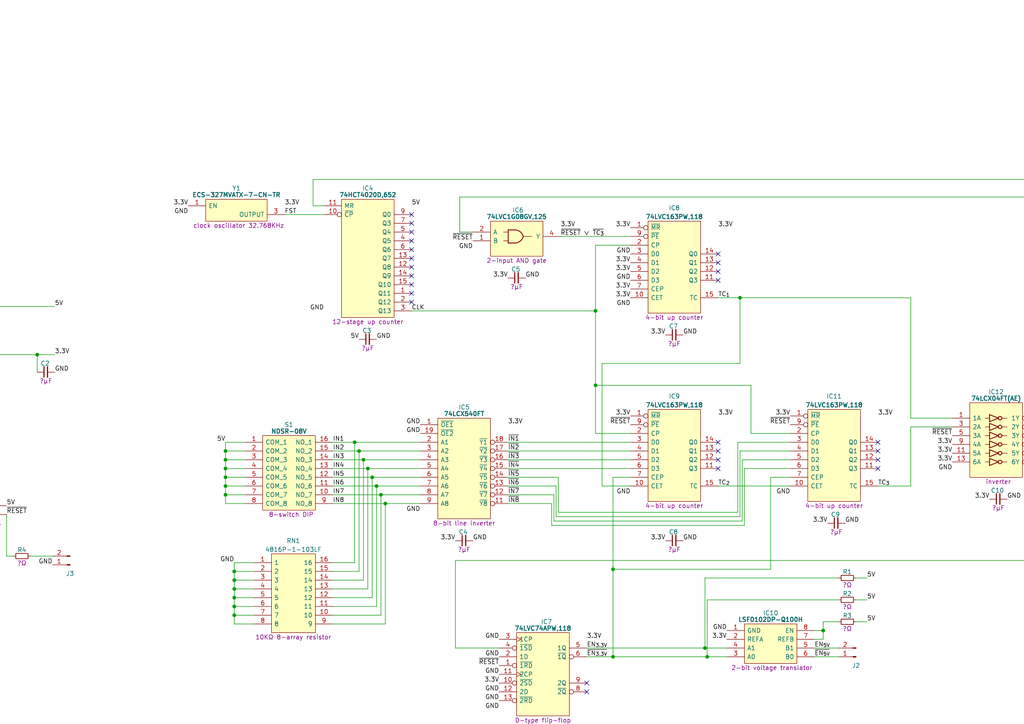
<source format=kicad_sch>
(kicad_sch (version 20211123) (generator eeschema)
  (paper "A4")
  (lib_symbols
    (symbol "Apem:NDSR-08V" (pin_names (offset 0.762))
      (property "Reference" "S" (at 12.7 5.08 0))
      (property "Value" "NDSR-08V" (at 12.7 3.175 0))
      (property "Description" "8-switch DIP" (at 13.335 -20.955 0))
      (symbol "NDSR-08V_0_0"
        (pin passive line (at 0 0 0) (length 5.08) (name "COM_1") (number "1"))
        (pin passive line (at 25.4 -15.24 180) (length 5.08) (name "NO_7") (number "10"))
        (pin passive line (at 25.4 -12.7 180) (length 5.08) (name "NO_6") (number "11"))
        (pin passive line (at 25.4 -10.16 180) (length 5.08) (name "NO_5") (number "12"))
        (pin passive line (at 25.4 -7.62 180) (length 5.08) (name "NO_4") (number "13"))
        (pin passive line (at 25.4 -5.08 180) (length 5.08) (name "NO_3") (number "14"))
        (pin passive line (at 25.4 -2.54 180) (length 5.08) (name "NO_2") (number "15"))
        (pin passive line (at 25.4 0 180) (length 5.08) (name "NO_1") (number "16"))
        (pin passive line (at 0 -2.54 0) (length 5.08) (name "COM_2") (number "2"))
        (pin passive line (at 0 -5.08 0) (length 5.08) (name "COM_3") (number "3"))
        (pin passive line (at 0 -7.62 0) (length 5.08) (name "COM_4") (number "4"))
        (pin passive line (at 0 -10.16 0) (length 5.08) (name "COM_5") (number "5"))
        (pin passive line (at 0 -12.7 0) (length 5.08) (name "COM_6") (number "6"))
        (pin passive line (at 0 -15.24 0) (length 5.08) (name "COM_7") (number "7"))
        (pin passive line (at 0 -17.78 0) (length 5.08) (name "COM_8") (number "8"))
        (pin passive line (at 25.4 -17.78 180) (length 5.08) (name "NO_8") (number "9"))
      )
      (symbol "NDSR-08V_0_1"
        (polyline (pts (xy 5.08 1.905) (xy 20.32 1.905) (xy 20.32 -19.685) (xy 5.08 -19.685) (xy 5.08 1.905)) (stroke (width 0.1524)) (fill (type background)))
      )
    )
    (symbol "Bourns:4816P-1-103LF" (pin_names (offset 0.762))
      (property "Reference" "RN" (at 11.43 6.35 0))
      (property "Value" "4816P-1-103LF" (at 11.43 3.81 0))
      (property "Description" "10KΩ 8-array resistor" (at 11.43 -21.59 0))
      (symbol "4816P-1-103LF_0_0"
        (pin passive line (at 0 0 0) (length 5.08) (name "1") (number "1"))
        (pin passive line (at 22.86 -15.24 180) (length 5.08) (name "10") (number "10"))
        (pin passive line (at 22.86 -12.7 180) (length 5.08) (name "11") (number "11"))
        (pin passive line (at 22.86 -10.16 180) (length 5.08) (name "12") (number "12"))
        (pin passive line (at 22.86 -7.62 180) (length 5.08) (name "13") (number "13"))
        (pin passive line (at 22.86 -5.08 180) (length 5.08) (name "14") (number "14"))
        (pin passive line (at 22.86 -2.54 180) (length 5.08) (name "15") (number "15"))
        (pin passive line (at 22.86 0 180) (length 5.08) (name "16") (number "16"))
        (pin passive line (at 0 -2.54 0) (length 5.08) (name "2") (number "2"))
        (pin passive line (at 0 -5.08 0) (length 5.08) (name "3") (number "3"))
        (pin passive line (at 0 -7.62 0) (length 5.08) (name "4") (number "4"))
        (pin passive line (at 0 -10.16 0) (length 5.08) (name "5") (number "5"))
        (pin passive line (at 0 -12.7 0) (length 5.08) (name "6") (number "6"))
        (pin passive line (at 0 -15.24 0) (length 5.08) (name "7") (number "7"))
        (pin passive line (at 0 -17.78 0) (length 5.08) (name "8") (number "8"))
        (pin passive line (at 22.86 -17.78 180) (length 5.08) (name "9") (number "9"))
      )
      (symbol "4816P-1-103LF_0_1"
        (polyline (pts (xy 5.08 2.54) (xy 17.78 2.54) (xy 17.78 -20.32) (xy 5.08 -20.32) (xy 5.08 2.54)) (stroke (width 0.1524)) (fill (type background)))
      )
    )
    (symbol "Connector:Conn_01x02_Male" (pin_names (offset 1.016) hide)
      (property "Reference" "J" (at 0 2.54 0))
      (property "Value" "Conn_01x02_Male" (at 0 -5.08 0))
      (symbol "Conn_01x02_Male_1_1"
        (polyline (pts (xy 1.27 -2.54) (xy 0.8636 -2.54)) (stroke (width 0.1524)))
        (polyline (pts (xy 1.27 0) (xy 0.8636 0)) (stroke (width 0.1524)))
        (rectangle (start 0.8636 -2.413) (end 0 -2.667) (stroke (width 0.1524)) (fill (type outline)))
        (rectangle (start 0.8636 0.127) (end 0 -0.127) (stroke (width 0.1524)) (fill (type outline)))
        (pin passive line (at 5.08 0 180) (length 3.81) (name "Pin_1") (number "1"))
        (pin passive line (at 5.08 -2.54 180) (length 3.81) (name "Pin_2") (number "2"))
      )
    )
    (symbol "Diodes_Inc:AP7365-33WG-7" (pin_names (offset 0.762))
      (property "Reference" "IC" (at 12.7 5.08 0))
      (property "Value" "AP7365-33WG-7" (at 12.7 3.175 0))
      (property "Description" "3.3V LDO voltage regulator" (at 12.7 -8.255 0))
      (symbol "AP7365-33WG-7_0_0"
        (pin passive line (at 0 0 0) (length 5.08) (name "VIN") (number "1"))
        (pin passive line (at 0 -5.08 0) (length 5.08) (name "GND") (number "2"))
        (pin input line (at 0 -2.54 0) (length 5.08) (name "EN") (number "3"))
        (pin passive line (at 25.4 -5.08 180) (length 5.08) (name "ADJ") (number "4"))
        (pin passive line (at 25.4 0 180) (length 5.08) (name "VOUT") (number "5"))
      )
      (symbol "AP7365-33WG-7_0_1"
        (polyline (pts (xy 5.08 1.905) (xy 20.32 1.905) (xy 20.32 -6.985) (xy 5.08 -6.985) (xy 5.08 1.905)) (fill (type background)))
      )
    )
    (symbol "ECS:ECS-327MVATX-7-CN-TR" (pin_names (offset 0.762))
      (property "Reference" "Y" (at 13.97 5.08 0))
      (property "Value" "ECS-327MVATX-7-CN-TR" (at 13.97 3.175 0))
      (property "Description" "clock oscillator 32.768KHz" (at 14.605 -5.715 0))
      (symbol "ECS-327MVATX-7-CN-TR_0_0"
        (pin input line (at 0 0 0) (length 5.08) (name "EN") (number "1"))
        (pin passive line (at 0 -2.54 0) (length 5.08) hide (name "GND") (number "2"))
        (pin output line (at 27.94 -2.54 180) (length 5.08) (name "OUTPUT") (number "3"))
        (pin passive line (at 27.94 0 180) (length 5.08) hide (name "3V") (number "4"))
      )
      (symbol "ECS-327MVATX-7-CN-TR_0_1"
        (polyline (pts (xy 5.08 1.905) (xy 22.86 1.905) (xy 22.86 -4.445) (xy 5.08 -4.445) (xy 5.08 1.905)) (stroke (width 0.1524)) (fill (type background)))
      )
    )
    (symbol "HCP65:C_0805" (pin_numbers hide) (pin_names (offset 0.254) hide)
      (property "Reference" "C" (at 2.286 2.54 0))
      (property "Description" "?μF" (at 2.54 -2.54 0))
      (symbol "C_0805_0_1"
        (polyline (pts (xy 1.9685 -1.4605) (xy 1.9685 1.5875)) (stroke (width 0.3048)))
        (polyline (pts (xy 2.9845 -1.4605) (xy 2.9845 1.5875)) (stroke (width 0.3302)))
      )
      (symbol "C_0805_1_1"
        (pin passive line (at 0 0 0) (length 2.032) (name "~") (number "1"))
        (pin passive line (at 5.08 0 180) (length 2.032) (name "~") (number "2"))
      )
    )
    (symbol "HCP65:R_0805" (pin_numbers hide) (pin_names hide)
      (property "Reference" "R" (at 2.54 1.778 0))
      (property "Description" "?Ω" (at 2.54 -2.032 0))
      (symbol "R_0805_0_1"
        (rectangle (start 0.762 0.762) (end 4.318 -0.762) (stroke (width 0.2032)))
      )
      (symbol "R_0805_1_1"
        (pin passive line (at 0 0 0) (length 0.72) (name "~") (number "1"))
        (pin passive line (at 5.08 0 180) (length 0.72) (name "~") (number "2"))
      )
    )
    (symbol "Maxim:DS1813R-10+T&R" (pin_names (offset 0.762))
      (property "Reference" "IC" (at 12.7 7.62 0))
      (property "Value" "DS1813R-10+T&R" (at 12.7 5.715 0))
      (property "Description" "5V voltage supervisor" (at 13.335 -3.175 0))
      (symbol "DS1813R-10+T&R_0_0"
        (pin output inverted (at 25.4 0 180) (length 5.08) (name "~{RST}") (number "1"))
        (pin passive line (at 25.4 2.54 180) (length 5.08) (name "5V") (number "2"))
        (pin passive line (at 0 0 0) (length 5.08) (name "GND") (number "3"))
      )
      (symbol "DS1813R-10+T&R_0_1"
        (polyline (pts (xy 5.08 4.445) (xy 20.32 4.445) (xy 20.32 -1.905) (xy 5.08 -1.905) (xy 5.08 4.445)) (stroke (width 0.1524)) (fill (type background)))
      )
    )
    (symbol "Nexperia:74HCT4020D,652" (pin_names (offset 0.762))
      (property "Reference" "IC" (at 12.7 5.08 0))
      (property "Value" "74HCT4020D,652" (at 12.7 3.175 0))
      (property "Description" "12-stage up counter" (at 12.7 -33.655 0))
      (symbol "74HCT4020D,652_0_0"
        (pin output line (at 25.4 -25.4 180) (length 5.08) (name "Q11") (number "1"))
        (pin input inverted (at 0 -2.54 0) (length 5.08) (name "~{CP}") (number "10"))
        (pin input line (at 0 0 0) (length 5.08) (name "MR") (number "11"))
        (pin output line (at 25.4 -17.78 180) (length 5.08) (name "Q8") (number "12"))
        (pin output line (at 25.4 -15.24 180) (length 5.08) (name "Q7") (number "13"))
        (pin output line (at 25.4 -20.32 180) (length 5.08) (name "Q9") (number "14"))
        (pin output line (at 25.4 -22.86 180) (length 5.08) (name "Q10") (number "15"))
        (pin passive line (at 25.4 0 180) (length 5.08) hide (name "5V") (number "16"))
        (pin output line (at 25.4 -27.94 180) (length 5.08) (name "Q12") (number "2"))
        (pin output line (at 25.4 -30.48 180) (length 5.08) (name "Q13") (number "3"))
        (pin output line (at 25.4 -10.16 180) (length 5.08) (name "Q5") (number "4"))
        (pin output line (at 25.4 -7.62 180) (length 5.08) (name "Q4") (number "5"))
        (pin output line (at 25.4 -12.7 180) (length 5.08) (name "Q6") (number "6"))
        (pin output line (at 25.4 -5.08 180) (length 5.08) (name "Q3") (number "7"))
        (pin passive line (at 0 -30.48 0) (length 5.08) hide (name "GND") (number "8"))
        (pin output line (at 25.4 -2.54 180) (length 5.08) (name "Q0") (number "9"))
      )
      (symbol "74HCT4020D,652_0_1"
        (polyline (pts (xy 5.08 1.905) (xy 20.32 1.905) (xy 20.32 -32.385) (xy 5.08 -32.385) (xy 5.08 1.905)) (stroke (width 0.1524)) (fill (type background)))
      )
    )
    (symbol "Nexperia:74LVC163PW,118" (pin_names (offset 0.762))
      (property "Reference" "IC" (at 12.7 5.715 0))
      (property "Value" "74LVC163PW,118" (at 12.7 3.175 0))
      (property "Description" "4-bit up counter" (at 12.7 -26.035 0))
      (symbol "74LVC163PW,118_0_0"
        (pin input inverted (at 0 0 0) (length 5.08) (name "~{MR}") (number "1"))
        (pin input line (at 0 -20.32 0) (length 5.08) (name "CET") (number "10"))
        (pin output line (at 25.4 -15.24 180) (length 5.08) (name "Q3") (number "11"))
        (pin output line (at 25.4 -12.7 180) (length 5.08) (name "Q2") (number "12"))
        (pin output line (at 25.4 -10.16 180) (length 5.08) (name "Q1") (number "13"))
        (pin output line (at 25.4 -7.62 180) (length 5.08) (name "Q0") (number "14"))
        (pin output line (at 25.4 -20.32 180) (length 5.08) (name "TC") (number "15"))
        (pin passive line (at 25.4 0 180) (length 5.08) hide (name "3V") (number "16"))
        (pin input line (at 0 -5.08 0) (length 5.08) (name "CP") (number "2"))
        (pin input line (at 0 -7.62 0) (length 5.08) (name "D0") (number "3"))
        (pin input line (at 0 -10.16 0) (length 5.08) (name "D1") (number "4"))
        (pin input line (at 0 -12.7 0) (length 5.08) (name "D2") (number "5"))
        (pin input line (at 0 -15.24 0) (length 5.08) (name "D3") (number "6"))
        (pin input line (at 0 -17.78 0) (length 5.08) (name "CEP") (number "7"))
        (pin passive line (at 0 -22.86 0) (length 5.08) hide (name "GND") (number "8"))
        (pin input inverted (at 0 -2.54 0) (length 5.08) (name "~{PE}") (number "9"))
      )
      (symbol "74LVC163PW,118_0_1"
        (polyline (pts (xy 5.08 1.905) (xy 20.32 1.905) (xy 20.32 -24.765) (xy 5.08 -24.765) (xy 5.08 1.905)) (stroke (width 0.1524)) (fill (type background)))
      )
    )
    (symbol "Nexperia:74LVC1G08GV,125" (pin_names (offset 0.762))
      (property "Reference" "IC" (at 11.43 5.715 0))
      (property "Value" "74LVC1G08GV,125" (at 12.7 3.81 0))
      (property "Description" "2-input AND gate" (at 12.7 -8.89 0))
      (symbol "74LVC1G08GV,125_0_0"
        (pin input line (at 0 -3.175 0) (length 5.08) (name "B") (number "1"))
        (pin input line (at 0 -0.635 0) (length 5.08) (name "A") (number "2"))
        (pin passive line (at 0 -5.715 0) (length 5.08) hide (name "GND") (number "3"))
        (pin output line (at 25.4 -1.905 180) (length 5.08) (name "Y") (number "4"))
        (pin passive line (at 25.4 0.635 180) (length 5.08) hide (name "3V") (number "5"))
      )
      (symbol "74LVC1G08GV,125_0_1"
        (polyline (pts (xy 8.89 -3.175) (xy 10.1599 -3.175)))
        (polyline (pts (xy 8.89 -0.635) (xy 10.1599 -0.635)))
        (polyline (pts (xy 10.248 0) (xy 10.248 -3.81)) (stroke (width 0.254)) (fill (type background)))
        (polyline (pts (xy 12.065 -3.81) (xy 10.248 -3.81)) (stroke (width 0.254)) (fill (type background)))
        (polyline (pts (xy 12.065 0) (xy 10.248 0)) (stroke (width 0.254)) (fill (type background)))
        (polyline (pts (xy 14.605 -1.905) (xy 17.145 -1.905)))
        (polyline (pts (xy 5.08 2.54) (xy 20.32 2.54) (xy 20.32 -7.62) (xy 5.08 -7.62) (xy 5.08 2.54)) (stroke (width 0.1524)) (fill (type background)))
        (arc (start 12.065 -3.81) (mid 13.6634 -3.2954) (end 14.605 -1.905) (stroke (width 0.254)))
        (arc (start 14.605 -1.905) (mid 13.6641 -0.5137) (end 12.065 0) (stroke (width 0.254)))
      )
    )
    (symbol "Nexperia:74LVC74APW,118" (pin_names (offset 0.762))
      (property "Reference" "IC" (at 12.065 5.08 0))
      (property "Value" "74LVC74APW,118" (at 12.7 3.175 0))
      (property "Description" "D-type flip-flop" (at 12.7 -23.495 0))
      (symbol "74LVC74APW,118_0_0"
        (pin input inverted (at 0 -7.62 0) (length 5.08) (name "~{1RD}") (number "1"))
        (pin input inverted (at 0 -12.7 0) (length 5.08) (name "~{2SD}") (number "10"))
        (pin input clock (at 0 -10.16 0) (length 5.08) (name "2CP") (number "11"))
        (pin input line (at 0 -15.24 0) (length 5.08) (name "2D") (number "12"))
        (pin input inverted (at 0 -17.78 0) (length 5.08) (name "~{2RD}") (number "13"))
        (pin passive line (at 25.4 0 180) (length 5.08) hide (name "3V") (number "14"))
        (pin input line (at 0 -5.08 0) (length 5.08) (name "1D") (number "2"))
        (pin input clock (at 0 0 0) (length 5.08) (name "1CP") (number "3"))
        (pin input inverted (at 0 -2.54 0) (length 5.08) (name "~{1SD}") (number "4"))
        (pin output line (at 25.4 -2.54 180) (length 5.08) (name "1Q") (number "5"))
        (pin output inverted (at 25.4 -5.08 180) (length 5.08) (name "~{1Q}") (number "6"))
        (pin passive line (at 0 -20.32 0) (length 5.08) hide (name "GND") (number "7"))
        (pin output inverted (at 25.4 -15.24 180) (length 5.08) (name "~{2Q}") (number "8"))
        (pin output line (at 25.4 -12.7 180) (length 5.08) (name "2Q") (number "9"))
      )
      (symbol "74LVC74APW,118_0_1"
        (polyline (pts (xy 5.08 1.905) (xy 20.32 1.905) (xy 20.32 -22.225) (xy 5.08 -22.225) (xy 5.08 1.905)) (stroke (width 0.1524)) (fill (type background)))
      )
    )
    (symbol "Nexperia:LSF0102DP-Q100H" (pin_names (offset 0.762))
      (property "Reference" "IC" (at 12.7 5.08 0))
      (property "Value" "LSF0102DP-Q100H" (at 12.7 3.175 0))
      (property "Description" "2-bit voltage translator" (at 1.27 -10.795 0))
      (symbol "LSF0102DP-Q100H_0_0"
        (pin passive line (at 0 0 0) (length 5.08) (name "GND") (number "1"))
        (pin passive line (at 0 -2.54 0) (length 5.08) (name "REFA") (number "2"))
        (pin passive line (at 0 -7.62 0) (length 5.08) (name "A0") (number "3"))
        (pin passive line (at 0 -5.08 0) (length 5.08) (name "A1") (number "4"))
        (pin passive line (at 25.4 -5.08 180) (length 5.08) (name "B1") (number "5"))
        (pin passive line (at 25.4 -7.62 180) (length 5.08) (name "B0") (number "6"))
        (pin passive line (at 25.4 -2.54 180) (length 5.08) (name "REFB") (number "7"))
        (pin input line (at 25.4 0 180) (length 5.08) (name "EN") (number "8"))
      )
      (symbol "LSF0102DP-Q100H_0_1"
        (polyline (pts (xy 5.08 1.905) (xy 20.32 1.905) (xy 20.32 -9.525) (xy 5.08 -9.525) (xy 5.08 1.905)) (stroke (width 0.1524)) (fill (type background)))
      )
    )
    (symbol "ON_Semiconductor:MC78M05CTG" (pin_names (offset 0.762))
      (property "Reference" "IC" (at 12.7 5.08 0))
      (property "Value" "MC78M05CTG" (at 12.7 3.175 0))
      (property "Description" "Voltage Regulator" (at 12.7 -5.715 0))
      (symbol "MC78M05CTG_0_0"
        (pin passive line (at 0 0 0) (length 5.08) (name "INPUT") (number "1"))
        (pin passive line (at 0 -2.54 0) (length 5.08) (name "GND") (number "2"))
        (pin passive line (at 25.4 -2.54 180) (length 5.08) (name "OUTPUT") (number "3"))
      )
      (symbol "MC78M05CTG_0_1"
        (polyline (pts (xy 5.08 1.905) (xy 20.32 1.905) (xy 20.32 -4.445) (xy 5.08 -4.445) (xy 5.08 1.905)) (stroke (width 0.1524)) (fill (type background)))
      )
    )
    (symbol "Toshiba:74LCX04FT(AE)" (pin_names (offset 0.762))
      (property "Reference" "IC" (at 12.7 7.62 0))
      (property "Value" "74LCX04FT(AE)" (at 12.7 5.715 0))
      (property "Description" "inverter" (at 13.335 -18.415 0))
      (symbol "74LCX04FT(AE)_0_0"
        (pin input line (at 0 0 0) (length 5.08) (name "1A") (number "1"))
        (pin output inverted (at 25.4 -10.16 180) (length 5.08) (name "5Y") (number "10"))
        (pin input line (at 0 -10.16 0) (length 5.08) (name "5A") (number "11"))
        (pin output inverted (at 25.4 -12.7 180) (length 5.08) (name "6Y") (number "12"))
        (pin input line (at 0 -12.7 0) (length 5.08) (name "6A") (number "13"))
        (pin passive line (at 25.4 2.54 180) (length 5.08) hide (name "3V") (number "14"))
        (pin output inverted (at 25.4 0 180) (length 5.08) (name "1Y") (number "2"))
        (pin input line (at 0 -2.54 0) (length 5.08) (name "2A") (number "3"))
        (pin output inverted (at 25.4 -2.54 180) (length 5.08) (name "2Y") (number "4"))
        (pin input line (at 0 -5.08 0) (length 5.08) (name "3A") (number "5"))
        (pin output inverted (at 25.4 -5.08 180) (length 5.08) (name "3Y") (number "6"))
        (pin passive line (at 0 -15.24 0) (length 5.08) hide (name "GND") (number "7"))
        (pin output inverted (at 25.4 -7.62 180) (length 5.08) (name "4Y") (number "8"))
        (pin input line (at 0 -7.62 0) (length 5.08) (name "4A") (number "9"))
      )
      (symbol "74LCX04FT(AE)_0_1"
        (polyline (pts (xy 9.525 -12.7) (xy 10.7949 -12.7)))
        (polyline (pts (xy 9.525 -10.16) (xy 10.7949 -10.16)))
        (polyline (pts (xy 9.525 -7.62) (xy 10.7949 -7.62)))
        (polyline (pts (xy 9.525 -5.08) (xy 10.7949 -5.08)))
        (polyline (pts (xy 9.525 -2.54) (xy 10.7949 -2.54)))
        (polyline (pts (xy 9.525 0) (xy 10.7949 0)))
        (polyline (pts (xy 14.351 -12.7) (xy 15.875 -12.7)))
        (polyline (pts (xy 14.351 -10.16) (xy 15.875 -10.16)))
        (polyline (pts (xy 14.351 -7.62) (xy 15.875 -7.62)))
        (polyline (pts (xy 14.351 -5.08) (xy 15.875 -5.08)))
        (polyline (pts (xy 14.351 -2.54) (xy 15.875 -2.54)))
        (polyline (pts (xy 14.351 0) (xy 15.875 0)))
        (polyline (pts (xy 10.795 -13.716) (xy 13.335 -12.7) (xy 10.795 -11.684)) (stroke (width 0.254)))
        (polyline (pts (xy 10.795 -11.176) (xy 13.335 -10.16) (xy 10.795 -9.144)) (stroke (width 0.254)))
        (polyline (pts (xy 10.795 -8.636) (xy 13.335 -7.62) (xy 10.795 -6.604)) (stroke (width 0.254)))
        (polyline (pts (xy 10.795 -6.096) (xy 13.335 -5.08) (xy 10.795 -4.064)) (stroke (width 0.254)))
        (polyline (pts (xy 10.795 -3.556) (xy 13.335 -2.54) (xy 10.795 -1.524)) (stroke (width 0.254)))
        (polyline (pts (xy 10.795 -1.016) (xy 13.335 0) (xy 10.795 1.016)) (stroke (width 0.254)))
        (polyline (pts (xy 5.08 4.445) (xy 20.32 4.445) (xy 20.32 -17.145) (xy 5.08 -17.145) (xy 5.08 4.445)) (stroke (width 0.1524)) (fill (type background)))
        (rectangle (start 10.795 -11.684) (end 10.795 -13.716) (stroke (width 0.254)) (fill (type background)))
        (rectangle (start 10.795 -9.144) (end 10.795 -11.176) (stroke (width 0.254)) (fill (type background)))
        (rectangle (start 10.795 -6.604) (end 10.795 -8.636) (stroke (width 0.254)) (fill (type background)))
        (rectangle (start 10.795 -4.064) (end 10.795 -6.096) (stroke (width 0.254)) (fill (type background)))
        (rectangle (start 10.795 -1.524) (end 10.795 -3.556) (stroke (width 0.254)) (fill (type background)))
        (rectangle (start 10.795 1.016) (end 10.795 -1.016) (stroke (width 0.254)) (fill (type background)))
        (circle (center 13.843 -12.7) (radius 0.508) (stroke (width 0.254)))
        (circle (center 13.843 -10.16) (radius 0.508) (stroke (width 0.254)))
        (circle (center 13.843 -7.62) (radius 0.508) (stroke (width 0.254)))
        (circle (center 13.843 -5.08) (radius 0.508) (stroke (width 0.254)))
        (circle (center 13.843 -2.54) (radius 0.508) (stroke (width 0.254)))
        (circle (center 13.843 0) (radius 0.508) (stroke (width 0.254)))
      )
    )
    (symbol "Toshiba:74LCX540FT" (pin_names (offset 0.762))
      (property "Reference" "IC" (at 12.7 5.08 0))
      (property "Value" "74LCX540FT" (at 12.7 3.175 0))
      (property "Description" "8-bit line inverter" (at 12.7 -28.575 0))
      (symbol "74LCX540FT_0_0"
        (pin input line (at 0 0 0) (length 5.08) (name "~{OE1}") (number "1"))
        (pin passive line (at 0 -25.4 0) (length 5.08) hide (name "GND") (number "10"))
        (pin output inverted (at 25.4 -22.86 180) (length 5.08) (name "~{Y8}") (number "11"))
        (pin output inverted (at 25.4 -20.32 180) (length 5.08) (name "~{Y7}") (number "12"))
        (pin output inverted (at 25.4 -17.78 180) (length 5.08) (name "~{Y6}") (number "13"))
        (pin output inverted (at 25.4 -15.24 180) (length 5.08) (name "~{Y5}") (number "14"))
        (pin output inverted (at 25.4 -12.7 180) (length 5.08) (name "~{Y4}") (number "15"))
        (pin output inverted (at 25.4 -10.16 180) (length 5.08) (name "~{Y3}") (number "16"))
        (pin output inverted (at 25.4 -7.62 180) (length 5.08) (name "~{Y2}") (number "17"))
        (pin output inverted (at 25.4 -5.08 180) (length 5.08) (name "~{Y1}") (number "18"))
        (pin input line (at 0 -2.54 0) (length 5.08) (name "~{OE2}") (number "19"))
        (pin input line (at 0 -5.08 0) (length 5.08) (name "A1") (number "2"))
        (pin passive line (at 25.4 0 180) (length 5.08) hide (name "3V") (number "20"))
        (pin input line (at 0 -7.62 0) (length 5.08) (name "A2") (number "3"))
        (pin input line (at 0 -10.16 0) (length 5.08) (name "A3") (number "4"))
        (pin input line (at 0 -12.7 0) (length 5.08) (name "A4") (number "5"))
        (pin input line (at 0 -15.24 0) (length 5.08) (name "A5") (number "6"))
        (pin input line (at 0 -17.78 0) (length 5.08) (name "A6") (number "7"))
        (pin input line (at 0 -20.32 0) (length 5.08) (name "A7") (number "8"))
        (pin input line (at 0 -22.86 0) (length 5.08) (name "A8") (number "9"))
      )
      (symbol "74LCX540FT_0_1"
        (polyline (pts (xy 5.08 1.905) (xy 20.32 1.905) (xy 20.32 -27.305) (xy 5.08 -27.305) (xy 5.08 1.905)) (stroke (width 0.1524)) (fill (type background)))
      )
    )
  )
  (junction (at 110.49 143.51))
  (junction (at 67.945 168.275))
  (junction (at 177.8 165.1))
  (junction (at 67.945 170.815))
  (junction (at 10.795 102.87))
  (junction (at 65.405 135.89))
  (junction (at 111.76 146.05))
  (junction (at 205.105 190.5))
  (junction (at 65.405 140.97))
  (junction (at 65.405 133.35))
  (junction (at 177.8 190.5))
  (junction (at 106.68 135.89))
  (junction (at 67.945 175.895))
  (junction (at 67.945 165.735))
  (junction (at 172.72 111.76))
  (junction (at 172.72 90.17))
  (junction (at 104.14 130.81))
  (junction (at 238.76 182.88))
  (junction (at 214.63 86.36))
  (junction (at 65.405 130.81))
  (junction (at 67.945 173.355))
  (junction (at 105.41 133.35))
  (junction (at 65.405 138.43))
  (junction (at 107.95 138.43))
  (junction (at 65.405 143.51))
  (junction (at 102.87 128.27))
  (junction (at -31.115 102.87))
  (junction (at 67.945 178.435))
  (junction (at 204.47 187.96))
  (junction (at 109.22 140.97))
  (no_connect (at 254.635 130.81))
  (no_connect (at 254.635 133.35))
  (no_connect (at 254.635 135.89))
  (no_connect (at 208.28 128.27))
  (no_connect (at 208.28 130.81))
  (no_connect (at 208.28 133.35))
  (no_connect (at 208.28 135.89))
  (no_connect (at 254.635 128.27))
  (no_connect (at 170.18 200.66))
  (no_connect (at 170.18 198.12))
  (no_connect (at 208.28 81.28))
  (no_connect (at 208.28 78.74))
  (no_connect (at 208.28 76.2))
  (no_connect (at 208.28 73.66))
  (no_connect (at 301.625 133.985))
  (no_connect (at 301.625 131.445))
  (no_connect (at 301.625 128.905))
  (no_connect (at -4.445 107.95))
  (no_connect (at 119.38 62.23))
  (no_connect (at 119.38 64.77))
  (no_connect (at 119.38 67.31))
  (no_connect (at 119.38 69.85))
  (no_connect (at 119.38 72.39))
  (no_connect (at 119.38 74.93))
  (no_connect (at 119.38 77.47))
  (no_connect (at 119.38 80.01))
  (no_connect (at 119.38 82.55))
  (no_connect (at 119.38 85.09))
  (no_connect (at 119.38 87.63))
  (wire (pts (xy 96.52 178.435) (xy 110.49 178.435)))
  (wire (pts (xy 215.9 152.4) (xy 215.9 135.89)))
  (wire (pts (xy 147.32 140.97) (xy 161.29 140.97)))
  (wire (pts (xy 214.63 86.36) (xy 214.63 105.41)))
  (wire (pts (xy 15.875 88.9) (xy -3.81 88.9)))
  (wire (pts (xy 109.22 175.895) (xy 109.22 140.97)))
  (wire (pts (xy 204.47 187.96) (xy 210.82 187.96)))
  (wire (pts (xy 110.49 143.51) (xy 121.92 143.51)))
  (wire (pts (xy 254.635 140.97) (xy 264.16 140.97)))
  (wire (pts (xy 96.52 175.895) (xy 109.22 175.895)))
  (wire (pts (xy 96.52 180.975) (xy 111.76 180.975)))
  (wire (pts (xy -31.115 107.95) (xy -29.845 107.95)))
  (wire (pts (xy 161.925 148.59) (xy 213.995 148.59)))
  (wire (pts (xy 71.12 135.89) (xy 65.405 135.89)))
  (wire (pts (xy 71.12 140.97) (xy 65.405 140.97)))
  (wire (pts (xy 177.8 190.5) (xy 205.105 190.5)))
  (wire (pts (xy 301.625 126.365) (xy 311.15 126.365)))
  (wire (pts (xy -31.115 102.87) (xy -29.845 102.87)))
  (wire (pts (xy 65.405 128.27) (xy 65.405 130.81)))
  (wire (pts (xy 67.945 168.275) (xy 67.945 170.815)))
  (wire (pts (xy -45.085 102.87) (xy -45.085 107.95)))
  (wire (pts (xy 204.47 167.64) (xy 204.47 187.96)))
  (wire (pts (xy 90.805 52.07) (xy 90.805 59.69)))
  (wire (pts (xy 251.46 173.99) (xy 248.285 173.99)))
  (wire (pts (xy 172.72 71.12) (xy 172.72 90.17)))
  (wire (pts (xy 147.32 130.81) (xy 182.88 130.81)))
  (wire (pts (xy 236.22 190.5) (xy 243.205 190.5)))
  (wire (pts (xy 73.66 163.195) (xy 67.945 163.195)))
  (wire (pts (xy 132.08 162.56) (xy 132.08 187.96)))
  (wire (pts (xy 65.405 133.35) (xy 65.405 135.89)))
  (wire (pts (xy 251.46 167.64) (xy 248.285 167.64)))
  (wire (pts (xy 96.52 168.275) (xy 105.41 168.275)))
  (wire (pts (xy 236.22 187.96) (xy 243.205 187.96)))
  (wire (pts (xy 67.945 163.195) (xy 67.945 165.735)))
  (wire (pts (xy 160.02 152.4) (xy 215.9 152.4)))
  (wire (pts (xy 264.16 123.825) (xy 276.225 123.825)))
  (wire (pts (xy 170.18 187.96) (xy 204.47 187.96)))
  (wire (pts (xy 238.76 185.42) (xy 236.22 185.42)))
  (wire (pts (xy 205.105 173.99) (xy 205.105 190.5)))
  (wire (pts (xy 65.405 138.43) (xy 65.405 140.97)))
  (wire (pts (xy 311.15 126.365) (xy 311.15 52.07)))
  (wire (pts (xy 264.16 121.285) (xy 276.225 121.285)))
  (wire (pts (xy 105.41 133.35) (xy 96.52 133.35)))
  (wire (pts (xy 10.795 102.87) (xy 10.795 107.95)))
  (wire (pts (xy 238.76 182.88) (xy 238.76 180.34)))
  (wire (pts (xy 215.9 135.89) (xy 229.235 135.89)))
  (wire (pts (xy 67.945 175.895) (xy 67.945 178.435)))
  (wire (pts (xy 301.625 123.825) (xy 308.61 123.825)))
  (wire (pts (xy 67.945 170.815) (xy 67.945 173.355)))
  (wire (pts (xy 133.35 67.31) (xy 137.16 67.31)))
  (wire (pts (xy 214.63 149.86) (xy 214.63 130.81)))
  (wire (pts (xy 238.76 180.34) (xy 243.205 180.34)))
  (wire (pts (xy 214.63 130.81) (xy 229.235 130.81)))
  (wire (pts (xy 96.52 173.355) (xy 107.95 173.355)))
  (wire (pts (xy 160.02 146.05) (xy 160.02 152.4)))
  (wire (pts (xy 308.61 162.56) (xy 132.08 162.56)))
  (wire (pts (xy 96.52 163.195) (xy 102.87 163.195)))
  (wire (pts (xy 102.87 128.27) (xy 96.52 128.27)))
  (wire (pts (xy 238.76 182.88) (xy 238.76 185.42)))
  (wire (pts (xy 111.76 146.05) (xy 96.52 146.05)))
  (wire (pts (xy 1.905 161.29) (xy 3.81 161.29)))
  (wire (pts (xy 264.16 86.36) (xy 264.16 121.285)))
  (wire (pts (xy 65.405 140.97) (xy 65.405 143.51)))
  (wire (pts (xy 223.52 165.1) (xy 177.8 165.1)))
  (wire (pts (xy 182.88 138.43) (xy 177.8 138.43)))
  (wire (pts (xy 73.66 178.435) (xy 67.945 178.435)))
  (wire (pts (xy 172.72 111.76) (xy 172.72 90.17)))
  (wire (pts (xy 182.88 125.73) (xy 172.72 125.73)))
  (wire (pts (xy 215.265 133.35) (xy 229.235 133.35)))
  (wire (pts (xy 205.105 190.5) (xy 210.82 190.5)))
  (wire (pts (xy 311.15 52.07) (xy 90.805 52.07)))
  (wire (pts (xy 1.905 149.225) (xy 1.905 161.29)))
  (wire (pts (xy 121.92 133.35) (xy 105.41 133.35)))
  (wire (pts (xy 104.14 165.735) (xy 104.14 130.81)))
  (wire (pts (xy -4.445 102.87) (xy 10.795 102.87)))
  (wire (pts (xy 96.52 165.735) (xy 104.14 165.735)))
  (wire (pts (xy 132.08 187.96) (xy 144.78 187.96)))
  (wire (pts (xy 162.56 68.58) (xy 182.88 68.58)))
  (wire (pts (xy 174.625 140.97) (xy 182.88 140.97)))
  (wire (pts (xy 105.41 168.275) (xy 105.41 133.35)))
  (wire (pts (xy 65.405 135.89) (xy 65.405 138.43)))
  (wire (pts (xy 96.52 170.815) (xy 106.68 170.815)))
  (wire (pts (xy 121.92 130.81) (xy 104.14 130.81)))
  (wire (pts (xy 109.22 140.97) (xy 121.92 140.97)))
  (wire (pts (xy 170.18 190.5) (xy 177.8 190.5)))
  (wire (pts (xy 147.32 143.51) (xy 160.655 143.51)))
  (wire (pts (xy 172.72 111.76) (xy 217.805 111.76)))
  (wire (pts (xy 214.63 86.36) (xy 264.16 86.36)))
  (wire (pts (xy 110.49 143.51) (xy 96.52 143.51)))
  (wire (pts (xy 71.12 128.27) (xy 65.405 128.27)))
  (wire (pts (xy 182.88 71.12) (xy 172.72 71.12)))
  (wire (pts (xy 121.92 135.89) (xy 106.68 135.89)))
  (wire (pts (xy 106.68 135.89) (xy 96.52 135.89)))
  (wire (pts (xy 264.16 140.97) (xy 264.16 123.825)))
  (wire (pts (xy 160.655 151.13) (xy 215.265 151.13)))
  (wire (pts (xy 213.995 148.59) (xy 213.995 128.27)))
  (wire (pts (xy 65.405 130.81) (xy 65.405 133.35)))
  (wire (pts (xy 73.66 180.975) (xy 67.945 180.975)))
  (wire (pts (xy 308.61 121.285) (xy 308.61 57.15)))
  (wire (pts (xy 213.995 128.27) (xy 229.235 128.27)))
  (wire (pts (xy 214.63 105.41) (xy 174.625 105.41)))
  (wire (pts (xy 147.32 146.05) (xy 160.02 146.05)))
  (wire (pts (xy 67.945 180.975) (xy 67.945 178.435)))
  (wire (pts (xy 71.12 130.81) (xy 65.405 130.81)))
  (wire (pts (xy 251.46 180.34) (xy 248.285 180.34)))
  (wire (pts (xy 161.29 149.86) (xy 214.63 149.86)))
  (wire (pts (xy 71.12 138.43) (xy 65.405 138.43)))
  (wire (pts (xy 177.8 165.1) (xy 177.8 190.5)))
  (wire (pts (xy 243.205 173.99) (xy 205.105 173.99)))
  (wire (pts (xy 243.205 167.64) (xy 204.47 167.64)))
  (wire (pts (xy 107.95 173.355) (xy 107.95 138.43)))
  (wire (pts (xy 109.22 140.97) (xy 96.52 140.97)))
  (wire (pts (xy 71.12 133.35) (xy 65.405 133.35)))
  (wire (pts (xy 104.14 130.81) (xy 96.52 130.81)))
  (wire (pts (xy 71.12 143.51) (xy 65.405 143.51)))
  (wire (pts (xy 172.72 125.73) (xy 172.72 111.76)))
  (wire (pts (xy 73.66 170.815) (xy 67.945 170.815)))
  (wire (pts (xy 177.8 138.43) (xy 177.8 165.1)))
  (wire (pts (xy -45.085 88.9) (xy -29.21 88.9)))
  (wire (pts (xy 229.235 138.43) (xy 223.52 138.43)))
  (wire (pts (xy 147.32 138.43) (xy 161.925 138.43)))
  (wire (pts (xy 217.805 111.76) (xy 217.805 125.73)))
  (wire (pts (xy 147.32 135.89) (xy 182.88 135.89)))
  (wire (pts (xy 102.87 163.195) (xy 102.87 128.27)))
  (wire (pts (xy 90.805 59.69) (xy 93.98 59.69)))
  (wire (pts (xy 73.66 173.355) (xy 67.945 173.355)))
  (wire (pts (xy 238.76 182.88) (xy 236.22 182.88)))
  (wire (pts (xy 161.925 138.43) (xy 161.925 148.59)))
  (wire (pts (xy -31.115 105.41) (xy -29.845 105.41)))
  (wire (pts (xy 111.76 180.975) (xy 111.76 146.05)))
  (wire (pts (xy 133.35 57.15) (xy 308.61 57.15)))
  (wire (pts (xy 82.55 62.23) (xy 93.98 62.23)))
  (wire (pts (xy -31.115 102.87) (xy -31.115 105.41)))
  (wire (pts (xy 106.68 135.89) (xy 106.68 170.815)))
  (wire (pts (xy 161.29 140.97) (xy 161.29 149.86)))
  (wire (pts (xy 67.945 165.735) (xy 67.945 168.275)))
  (wire (pts (xy 110.49 178.435) (xy 110.49 143.51)))
  (wire (pts (xy 301.625 121.285) (xy 308.61 121.285)))
  (wire (pts (xy 65.405 146.05) (xy 65.405 143.51)))
  (wire (pts (xy 215.265 151.13) (xy 215.265 133.35)))
  (wire (pts (xy 10.795 102.87) (xy 15.875 102.87)))
  (wire (pts (xy 15.24 161.29) (xy 8.89 161.29)))
  (wire (pts (xy 121.92 138.43) (xy 107.95 138.43)))
  (wire (pts (xy 147.32 128.27) (xy 182.88 128.27)))
  (wire (pts (xy 208.28 86.36) (xy 214.63 86.36)))
  (wire (pts (xy 121.92 146.05) (xy 111.76 146.05)))
  (wire (pts (xy 71.12 146.05) (xy 65.405 146.05)))
  (wire (pts (xy 217.805 125.73) (xy 229.235 125.73)))
  (wire (pts (xy 223.52 138.43) (xy 223.52 165.1)))
  (wire (pts (xy 73.66 175.895) (xy 67.945 175.895)))
  (wire (pts (xy 133.35 57.15) (xy 133.35 67.31)))
  (wire (pts (xy 147.32 133.35) (xy 182.88 133.35)))
  (wire (pts (xy 107.95 138.43) (xy 96.52 138.43)))
  (wire (pts (xy 67.945 173.355) (xy 67.945 175.895)))
  (wire (pts (xy 308.61 123.825) (xy 308.61 162.56)))
  (wire (pts (xy 208.28 140.97) (xy 229.235 140.97)))
  (wire (pts (xy 121.92 128.27) (xy 102.87 128.27)))
  (wire (pts (xy 73.66 165.735) (xy 67.945 165.735)))
  (wire (pts (xy 73.66 168.275) (xy 67.945 168.275)))
  (wire (pts (xy 172.72 90.17) (xy 119.38 90.17)))
  (wire (pts (xy 160.655 143.51) (xy 160.655 151.13)))
  (wire (pts (xy -45.085 102.87) (xy -31.115 102.87)))
  (wire (pts (xy 174.625 105.41) (xy 174.625 140.97)))
  (label "GND" (at 229.235 143.51 180))
  (label "3.3V" (at 170.18 185.42 0))
  (label "5V" (at 15.875 88.9 0))
  (label "3.3V" (at 182.88 120.65 180))
  (label "GND" (at 67.945 163.195 180))
  (label "~{RESET} ∨ ~{TC_{3}}" (at 162.56 68.58 0))
  (label "GND" (at 144.78 203.2 180))
  (label "3.3V" (at 182.88 76.2 180))
  (label "3.3V" (at 15.875 102.87 0))
  (label "3.3V" (at 276.225 128.905 180))
  (label "GND" (at 210.82 182.88 180))
  (label "5V" (at 251.46 173.99 0))
  (label "5V" (at -45.085 102.87 180))
  (label "GND" (at 137.16 156.845 0))
  (label "~{IN6}" (at 147.32 140.97 0))
  (label "3.3V" (at 240.03 151.765 180))
  (label "GND" (at 93.98 90.17 180))
  (label "TC_{3}" (at 254.635 140.97 0))
  (label "GND" (at 198.12 156.845 0))
  (label "GND" (at 152.4 80.645 0))
  (label "GND" (at 121.92 125.73 180))
  (label "GND" (at 144.78 190.5 180))
  (label "5V" (at 1.905 146.685 0))
  (label "3.3V" (at 208.28 66.04 0))
  (label "5V" (at 104.14 98.425 180))
  (label "RESET" (at 301.625 126.365 0))
  (label "GND" (at 144.78 200.66 180))
  (label "3.3V" (at 155.575 214.63 180))
  (label "~{RESET}" (at 1.905 149.225 0))
  (label "~{TC_{1}}" (at 301.625 121.285 0))
  (label "5V" (at 119.38 59.69 0))
  (label "TC_{2}" (at 208.28 140.97 0))
  (label "~{TC_{3}}" (at 301.625 123.825 0))
  (label "3.3V" (at 210.82 185.42 180))
  (label "GND" (at 198.12 97.155 0))
  (label "3.3V" (at 208.28 120.65 0))
  (label "IN8" (at 96.52 146.05 0))
  (label "GND" (at -31.115 107.95 180))
  (label "3.3V" (at 182.88 83.82 180))
  (label "GND" (at 276.225 136.525 180))
  (label "GND" (at 144.78 205.74 180))
  (label "~{IN1}" (at 147.32 128.27 0))
  (label "3.3V" (at 144.78 198.12 180))
  (label "IN3" (at 96.52 133.35 0))
  (label "12V" (at -29.21 86.36 180))
  (label "GND" (at -45.085 88.9 180))
  (label "3.3V" (at 162.56 66.04 0))
  (label "~{IN7}" (at 147.32 143.51 0))
  (label "GND" (at 109.22 98.425 0))
  (label "FST" (at 82.55 62.23 0))
  (label "3.3V" (at 229.235 120.65 180))
  (label "~{RESET}" (at 276.225 126.365 180))
  (label "GND" (at 182.88 81.28 180))
  (label "~{IN2}" (at 147.32 130.81 0))
  (label "3.3V" (at 301.625 118.745 0))
  (label "3.3V" (at 193.04 97.155 180))
  (label "3.3V" (at 287.02 144.78 180))
  (label "3.3V" (at 132.08 156.845 180))
  (label "~{EN_{3.3V}}" (at 170.18 190.5 0))
  (label "GND" (at 144.78 195.58 180))
  (label "IN5" (at 96.52 138.43 0))
  (label "5V" (at 251.46 167.64 0))
  (label "~{IN8}" (at 147.32 146.05 0))
  (label "GND" (at 245.11 151.765 0))
  (label "GND" (at 182.88 143.51 180))
  (label "GND" (at 160.655 214.63 0))
  (label "GND" (at 15.24 163.83 180))
  (label "GND" (at -40.005 107.95 0))
  (label "GND" (at 182.88 73.66 180))
  (label "3.3V" (at 147.32 80.645 180))
  (label "CLK" (at 119.38 90.17 0))
  (label "3.3V" (at 182.88 66.04 180))
  (label "~{IN3}" (at 147.32 133.35 0))
  (label "GND" (at 292.1 144.78 0))
  (label "3.3V" (at 276.225 131.445 180))
  (label "3.3V" (at 182.88 86.36 180))
  (label "~{IN5}" (at 147.32 138.43 0))
  (label "EN_{5V}" (at 236.22 187.96 0))
  (label "GND" (at 54.61 62.23 180))
  (label "IN4" (at 96.52 135.89 0))
  (label "3.3V" (at 147.32 123.19 0))
  (label "12V" (at -29.21 67.945 180))
  (label "3.3V" (at 193.04 156.845 180))
  (label "5V" (at 65.405 128.27 180))
  (label "~{IN4}" (at 147.32 135.89 0))
  (label "GND" (at 121.92 123.19 180))
  (label "GND" (at 144.78 185.42 180))
  (label "EN_{3.3V}" (at 170.18 187.96 0))
  (label "GND" (at 182.88 88.9 180))
  (label "GND" (at 121.92 148.59 180))
  (label "~{RESET}" (at 229.235 123.19 180))
  (label "~{RESET}" (at 182.88 123.19 180))
  (label "3.3V" (at 276.225 133.985 180))
  (label "TC_{1}" (at 208.28 86.36 0))
  (label "~{EN_{5V}}" (at 236.22 190.5 0))
  (label "~{RESET}" (at 144.78 193.04 180))
  (label "3.3V" (at 54.61 59.69 180))
  (label "IN7" (at 96.52 143.51 0))
  (label "3.3V" (at 182.88 78.74 180))
  (label "3.3V" (at 82.55 59.69 0))
  (label "GND" (at 15.875 107.95 0))
  (label "~{RESET}" (at 137.16 69.85 180))
  (label "5V" (at 251.46 180.34 0))
  (label "IN1" (at 96.52 128.27 0))
  (label "3.3V" (at 254.635 120.65 0))
  (label "GND" (at -23.495 149.225 180))
  (label "GND" (at -29.21 70.485 180))
  (label "IN2" (at 96.52 130.81 0))
  (label "GND" (at 137.16 72.39 180))
  (label "IN6" (at 96.52 140.97 0))
  (symbol (lib_id "HCP65:R_0805") (at 243.205 180.34 0) (unit 1)
    (property "Reference" "R3" (at 245.745 178.562 0))
    (property "Value" "R_0805" (effects hide))
    (property "Footprint" "SamacSys_Parts:R_0805" (effects hide))
    (property "Description" "?Ω" (at 245.745 182.372 0))
  )
  (symbol (lib_id "HCP65:C_0805") (at 104.14 98.425 0) (unit 1)
    (property "Reference" "C3" (at 106.426 95.885 0))
    (property "Value" "C_0805" (effects hide))
    (property "Footprint" "SamacSys_Parts:C_0805" (effects hide))
    (property "Description" "?μF" (at 106.68 100.965 0))
  )
  (symbol (lib_id "HCP65:R_0805") (at 243.205 167.64 0) (unit 1)
    (property "Reference" "R1" (at 245.745 165.862 0))
    (property "Value" "R_0805" (effects hide))
    (property "Footprint" "SamacSys_Parts:R_0805" (effects hide))
    (property "Description" "?Ω" (at 245.745 169.672 0))
  )
  (symbol (lib_id "Maxim:DS1813R-10+T&R") (at -23.495 149.225 0) (unit 1)
    (property "Reference" "IC3" (at -10.795 141.605 0))
    (property "Value" "DS1813R-10+T&R" (at -10.795 143.51 0) (effects (font bold)))
    (property "Footprint" "SOT95P237X112-3N" (effects hide))
    (property "Datasheet" "https://componentsearchengine.com/Datasheets/2/DS1813R-10+T&R.pdf" (effects hide))
    (property "Description" "5V voltage supervisor" (at -10.16 152.4 0))
    (property "Height" "1.12" (effects hide))
    (property "Mouser Part Number" "700-DS1813R-10T&R" (effects hide))
    (property "Mouser Price/Stock" "https://www.mouser.co.uk/ProductDetail/Maxim-Integrated/DS1813R-10%2bTR?qs=0Y9aZN%252BMVCUEX%2FgvPX%252B6Nw%3D%3D" (effects hide))
    (property "Manufacturer_Name" "Maxim Integrated" (effects hide))
    (property "Manufacturer_Part_Number" "DS1813R-10+T&R" (effects hide))
    (property "Silkscreen" "DS1813" (effects hide))
  )
  (symbol (lib_id "Nexperia:LSF0102DP-Q100H") (at 210.82 182.88 0) (unit 1)
    (property "Reference" "IC10" (at 223.52 177.8 0))
    (property "Value" "LSF0102DP-Q100H" (at 223.52 179.705 0) (effects (font bold)))
    (property "Footprint" "SOP65P400X110-8N" (effects hide))
    (property "Datasheet" "https://assets.nexperia.com/documents/data-sheet/LSF0102_Q100.pdf" (effects hide))
    (property "Description" "2-bit voltage translator" (at 212.09 193.675 0) (effects (justify left)))
    (property "Height" "1.1" (effects hide))
    (property "Manufacturer_Name" "Nexperia" (effects hide))
    (property "Manufacturer_Part_Number" "LSF0102DP-Q100H" (effects hide))
    (property "Mouser Part Number" "771-LSF0102DP-Q100H" (effects hide))
    (property "Mouser Price/Stock" "https://www.mouser.co.uk/ProductDetail/Nexperia/LSF0102DP-Q100H?qs=W%2FMpXkg%252BdQ5MqAK59VUtNQ%3D%3D" (effects hide))
    (property "Silkscreen" "LSF0102DP" (effects hide))
  )
  (symbol (lib_id "HCP65:C_0805") (at 10.795 107.95 0) (unit 1)
    (property "Reference" "C2" (at 13.081 105.41 0))
    (property "Value" "C_0805" (effects hide))
    (property "Footprint" "SamacSys_Parts:C_0805" (effects hide))
    (property "Description" "?μF" (at 13.335 110.49 0))
  )
  (symbol (lib_id "HCP65:C_0805") (at 240.03 151.765 0) (unit 1)
    (property "Reference" "C9" (at 242.316 149.225 0))
    (property "Value" "C_0805" (effects hide))
    (property "Footprint" "SamacSys_Parts:C_0805" (effects hide))
    (property "Description" "?μF" (at 242.57 154.305 0))
  )
  (symbol (lib_id "Diodes_Inc:AP7365-33WG-7") (at -29.845 102.87 0) (unit 1)
    (property "Reference" "IC1" (at -17.145 97.79 0))
    (property "Value" "AP7365-33WG-7" (at -17.145 99.695 0) (effects (font bold)))
    (property "Footprint" "SOT95P285X130-5N" (effects hide))
    (property "Datasheet" "https://componentsearchengine.com/Datasheets/1/AP7365-33WG-7.pdf" (effects hide))
    (property "Description" "3.3V LDO voltage regulator" (at -17.145 111.125 0))
    (property "Height" "1.3" (effects hide))
    (property "Manufacturer_Name" "Diodes Inc." (effects hide))
    (property "Manufacturer_Part_Number" "AP7365-33WG-7" (effects hide))
    (property "Mouser Part Number" "621-AP7365-33WG-7" (effects hide))
    (property "Mouser Price/Stock" "https://www.mouser.co.uk/ProductDetail/Diodes-Incorporated/AP7365-33WG-7?qs=abZ1nkZpTuOZFvxvoFPL0w%3D%3D" (effects hide))
    (property "Arrow Part Number" "AP7365-33WG-7" (effects hide))
    (property "Arrow Price/Stock" "https://www.arrow.com/en/products/ap7365-33wg-7/diodes-incorporated?region=nac" (effects hide))
    (property "Silkscreen" "AP7365" (effects hide))
  )
  (symbol (lib_id "Nexperia:74LVC1G08GV,125") (at 137.16 66.675 0) (unit 1)
    (property "Reference" "IC6" (at 148.59 60.96 0) (effects (justify left)))
    (property "Value" "74LVC1G08GV,125" (at 149.86 62.865 0) (effects (font bold)))
    (property "Footprint" "SOT95P275X110-5N" (effects hide))
    (property "Datasheet" "https://assets.nexperia.com/documents/data-sheet/74LVC1G08.pdf" (effects hide))
    (property "Description" "2-input AND gate" (at 149.86 75.565 0))
    (property "Height" "1.1" (effects hide))
    (property "Manufacturer_Name" "Nexperia" (effects hide))
    (property "Manufacturer_Part_Number" "74LVC1G08GV,125" (effects hide))
    (property "Mouser Part Number" "771-74LVC1G08GV" (effects hide))
    (property "Mouser Price/Stock" "https://www.mouser.co.uk/ProductDetail/Nexperia/74LVC1G08GV125?qs=me8TqzrmIYXEnurJEPZc7A%3D%3D" (effects hide))
    (property "Arrow Part Number" "74LVC1G08GV,125" (effects hide))
    (property "Arrow Price/Stock" "https://www.arrow.com/en/products/74lvc1g08gv125/nexperia" (effects hide))
    (property "Silkscreen" "74LVC1G08" (effects hide))
  )
  (symbol (lib_id "ON_Semiconductor:MC78M05CTG") (at -29.21 86.36 0) (unit 1)
    (property "Reference" "IC2" (at -16.51 81.28 0))
    (property "Value" "MC78M05CTG" (at -16.51 83.185 0) (effects (font bold)))
    (property "Footprint" "TO254P482X997X2018-3P" (effects hide))
    (property "Datasheet" "http://www.onsemi.com/pub/Collateral/MC78M00-D.PDF" (effects hide))
    (property "Description" "Voltage Regulator" (at -16.51 92.075 0))
    (property "Height" "4.82" (effects hide))
    (property "Manufacturer_Name" "onsemi" (effects hide))
    (property "Manufacturer_Part_Number" "MC78M05CTG" (effects hide))
    (property "Mouser Part Number" "863-MC78M05CTG" (effects hide))
    (property "Mouser Price/Stock" "https://www.mouser.co.uk/ProductDetail/onsemi/MC78M05CTG?qs=%252B9%2Fcbd0IE0QH1wrib3nSTQ%3D%3D" (effects hide))
    (property "Arrow Part Number" "MC78M05CTG" (effects hide))
    (property "Arrow Price/Stock" "https://www.arrow.com/en/products/mc78m05ctg/on-semiconductor?region=europe" (effects hide))
  )
  (symbol (lib_id "Nexperia:74LVC163PW,118") (at 229.235 120.65 0) (unit 1)
    (property "Reference" "IC11" (at 241.935 114.935 0))
    (property "Value" "74LVC163PW,118" (at 241.935 117.475 0) (effects (font bold)))
    (property "Footprint" "SOP65P640X110-16N" (effects hide))
    (property "Datasheet" "https://assets.nexperia.com/documents/data-sheet/74LVC163.pdf" (effects hide))
    (property "Description" "4-bit up counter" (at 241.935 146.685 0))
    (property "Height" "1.1" (effects hide))
    (property "Mouser Part Number" "771-74LVC163PW-T" (effects hide))
    (property "Mouser Price/Stock" "https://www.mouser.co.uk/ProductDetail/Nexperia/74LVC163PW118?qs=me8TqzrmIYUWRf9xrCNBjw%3D%3D" (effects hide))
    (property "Manufacturer_Name" "Nexperia" (effects hide))
    (property "Manufacturer_Part_Number" "74LVC163PW,118" (effects hide))
  )
  (symbol (lib_id "Nexperia:74HCT4020D,652") (at 93.98 59.69 0) (unit 1)
    (property "Reference" "IC4" (at 106.68 54.61 0))
    (property "Value" "74HCT4020D,652" (at 106.68 56.515 0) (effects (font bold)))
    (property "Footprint" "74HCT4020D652" (effects hide))
    (property "Datasheet" "https://assets.nexperia.com/documents/data-sheet/74HC_HCT4020.pdf" (effects hide))
    (property "Description" "12-stage up counter" (at 106.68 93.345 0))
    (property "Height" "1.75" (effects hide))
    (property "Manufacturer_Name" "Nexperia" (effects hide))
    (property "Manufacturer_Part_Number" "74HCT4020D,652" (effects hide))
    (property "Mouser Part Number" "771-74HCT4020D" (effects hide))
    (property "Mouser Price/Stock" "https://www.mouser.com/Search/Refine.aspx?Keyword=771-74HCT4020D" (effects hide))
    (property "Arrow Part Number" "74HCT4020D,652" (effects hide))
    (property "Arrow Price/Stock" "https://www.arrow.com/en/products/74hct4020d652/nexperia" (effects hide))
  )
  (symbol (lib_id "HCP65:C_0805") (at -45.085 107.95 0) (unit 1)
    (property "Reference" "C1" (at -42.799 105.41 0))
    (property "Value" "C_0805" (effects hide))
    (property "Footprint" "SamacSys_Parts:C_0805" (effects hide))
    (property "Description" "?μF" (at -42.545 110.49 0))
  )
  (symbol (lib_id "HCP65:C_0805") (at 193.04 156.845 0) (unit 1)
    (property "Reference" "C8" (at 195.326 154.305 0))
    (property "Value" "C_0805" (effects hide))
    (property "Footprint" "SamacSys_Parts:C_0805" (effects hide))
    (property "Description" "?μF" (at 195.58 159.385 0))
  )
  (symbol (lib_id "Bourns:4816P-1-103LF") (at 73.66 163.195 0) (unit 1)
    (property "Reference" "RN1" (at 85.09 156.845 0))
    (property "Value" "4816P-1-103LF" (at 85.09 159.385 0))
    (property "Footprint" "SOIC127P762X240-16N" (effects hide))
    (property "Datasheet" "https://componentsearchengine.com/Datasheets/2/4816P-1-103LF.pdf" (effects hide))
    (property "Description" "10KΩ 8-array resistor" (at 85.09 184.785 0))
    (property "Height" "2.4" (effects hide))
    (property "Manufacturer_Name" "Bourns" (effects hide))
    (property "Manufacturer_Part_Number" "4816P-1-103LF" (effects hide))
    (property "Mouser Part Number" "652-4816P-1LF-10K" (effects hide))
    (property "Mouser Price/Stock" "https://www.mouser.co.uk/ProductDetail/Bourns/4816P-1-103LF?qs=EQD3Ecl69dPDDxw5alXSZQ%3D%3D" (effects hide))
    (property "Arrow Part Number" "4816P-1-103LF" (effects hide))
    (property "Arrow Price/Stock" "https://www.arrow.com/en/products/4816p-1-103lf/bourns?region=nac" (effects hide))
  )
  (symbol (lib_id "Connector:Conn_01x02_Male") (at 248.285 190.5 180) (unit 1)
    (property "Reference" "J2" (at 248.285 193.04 0))
    (property "Value" "Conn_01x02_Male" (effects hide))
    (property "Footprint" "Connector_PinHeader_2.54mm:PinHeader_1x02_P2.54mm_Vertical" (effects hide))
  )
  (symbol (lib_id "HCP65:R_0805") (at 3.81 161.29 0) (unit 1)
    (property "Reference" "R4" (at 6.35 159.512 0))
    (property "Value" "R_0805" (effects hide))
    (property "Footprint" "SamacSys_Parts:R_0805" (effects hide))
    (property "Description" "?Ω" (at 6.35 163.322 0))
  )
  (symbol (lib_id "Toshiba:74LCX04FT(AE)") (at 276.225 121.285 0) (unit 1)
    (property "Reference" "IC12" (at 288.925 113.665 0))
    (property "Value" "74LCX04FT(AE)" (at 288.925 115.57 0) (effects (font bold)))
    (property "Footprint" "SOP65P640X120-14N" (effects hide))
    (property "Datasheet" "https://toshiba.semicon-storage.com/info/docget.jsp?did=15379&prodName=74LCX04FT" (effects hide))
    (property "Description" "inverter" (at 289.56 139.7 0))
    (property "Height" "1.2" (effects hide))
    (property "Mouser Part Number" "757-74LCX04FTAE" (effects hide))
    (property "Mouser Price/Stock" "https://www.mouser.co.uk/ProductDetail/Toshiba/74LCX04FTAE?qs=cW4DzVrAanMxusL1byWNzQ%3D%3D" (effects hide))
    (property "Manufacturer_Name" "Toshiba" (effects hide))
    (property "Manufacturer_Part_Number" "74LCX04FT(AE)" (effects hide))
  )
  (symbol (lib_id "HCP65:C_0805") (at 147.32 80.645 0) (unit 1)
    (property "Reference" "C5" (at 149.606 78.105 0))
    (property "Value" "C_0805" (effects hide))
    (property "Footprint" "SamacSys_Parts:C_0805" (effects hide))
    (property "Description" "?μF" (at 149.86 83.185 0))
  )
  (symbol (lib_id "HCP65:C_0805") (at 287.02 144.78 0) (unit 1)
    (property "Reference" "C10" (at 289.306 142.24 0))
    (property "Value" "C_0805" (effects hide))
    (property "Footprint" "SamacSys_Parts:C_0805" (effects hide))
    (property "Description" "?μF" (at 289.56 147.32 0))
  )
  (symbol (lib_id "HCP65:R_0805") (at 243.205 173.99 0) (unit 1)
    (property "Reference" "R2" (at 245.745 172.212 0))
    (property "Value" "R_0805" (effects hide))
    (property "Footprint" "SamacSys_Parts:R_0805" (effects hide))
    (property "Description" "?Ω" (at 245.745 176.022 0))
  )
  (symbol (lib_id "HCP65:C_0805") (at 132.08 156.845 0) (unit 1)
    (property "Reference" "C4" (at 134.366 154.305 0))
    (property "Value" "C_0805" (effects hide))
    (property "Footprint" "SamacSys_Parts:C_0805" (effects hide))
    (property "Description" "?μF" (at 134.62 159.385 0))
  )
  (symbol (lib_id "HCP65:C_0805") (at 193.04 97.155 0) (unit 1)
    (property "Reference" "C7" (at 195.326 94.615 0))
    (property "Value" "C_0805" (effects hide))
    (property "Footprint" "SamacSys_Parts:C_0805" (effects hide))
    (property "Description" "?μF" (at 195.58 99.695 0))
  )
  (symbol (lib_id "Nexperia:74LVC163PW,118") (at 182.88 66.04 0) (unit 1)
    (property "Reference" "IC8" (at 195.58 60.325 0))
    (property "Value" "74LVC163PW,118" (at 195.58 62.865 0) (effects (font bold)))
    (property "Footprint" "SOP65P640X110-16N" (effects hide))
    (property "Datasheet" "https://assets.nexperia.com/documents/data-sheet/74LVC163.pdf" (effects hide))
    (property "Description" "4-bit up counter" (at 195.58 92.075 0))
    (property "Height" "1.1" (effects hide))
    (property "Mouser Part Number" "771-74LVC163PW-T" (effects hide))
    (property "Mouser Price/Stock" "https://www.mouser.co.uk/ProductDetail/Nexperia/74LVC163PW118?qs=me8TqzrmIYUWRf9xrCNBjw%3D%3D" (effects hide))
    (property "Manufacturer_Name" "Nexperia" (effects hide))
    (property "Manufacturer_Part_Number" "74LVC163PW,118" (effects hide))
  )
  (symbol (lib_id "Nexperia:74LVC163PW,118") (at 182.88 120.65 0) (unit 1)
    (property "Reference" "IC9" (at 195.58 114.935 0))
    (property "Value" "74LVC163PW,118" (at 195.58 117.475 0) (effects (font bold)))
    (property "Footprint" "SOP65P640X110-16N" (effects hide))
    (property "Datasheet" "https://assets.nexperia.com/documents/data-sheet/74LVC163.pdf" (effects hide))
    (property "Description" "4-bit up counter" (at 195.58 146.685 0))
    (property "Height" "1.1" (effects hide))
    (property "Mouser Part Number" "771-74LVC163PW-T" (effects hide))
    (property "Mouser Price/Stock" "https://www.mouser.co.uk/ProductDetail/Nexperia/74LVC163PW118?qs=me8TqzrmIYUWRf9xrCNBjw%3D%3D" (effects hide))
    (property "Manufacturer_Name" "Nexperia" (effects hide))
    (property "Manufacturer_Part_Number" "74LVC163PW,118" (effects hide))
  )
  (symbol (lib_id "Toshiba:74LCX540FT") (at 121.92 123.19 0) (unit 1)
    (property "Reference" "IC5" (at 134.62 118.11 0))
    (property "Value" "74LCX540FT" (at 134.62 120.015 0) (effects (font bold)))
    (property "Footprint" "SOP65P640X120-20N" (effects hide))
    (property "Datasheet" "https://www.mouser.co.za/datasheet/2/408/74LCX540FT_datasheet_en_20140624-2936694.pdf" (effects hide))
    (property "Description" "8-bit line inverter" (at 134.62 151.765 0))
    (property "Height" "1.2" (effects hide))
    (property "Manufacturer_Name" "Toshiba" (effects hide))
    (property "Manufacturer_Part_Number" "74LCX540FT" (effects hide))
    (property "Mouser Part Number" "757-74LCX540FT" (effects hide))
    (property "Mouser Price/Stock" "https://www.mouser.co.uk/ProductDetail/Toshiba/74LCX540FT?qs=j%252B1pi9TdxUZ5WRQP9dEtMg%3D%3D" (effects hide))
    (property "Arrow Part Number" "74LCX540FT" (effects hide))
    (property "Arrow Price/Stock" "https://www.arrow.com/en/products/74lcx540ft/toshiba" (effects hide))
  )
  (symbol (lib_id "Apem:NDSR-08V") (at 71.12 128.27 0) (unit 1)
    (property "Reference" "S1" (at 83.82 123.19 0))
    (property "Value" "NDSR-08V" (at 83.82 125.095 0) (effects (font bold)))
    (property "Footprint" "DIPS762W77P254L2168H585Q16N" (effects hide))
    (property "Description" "8-switch DIP" (at 84.455 149.225 0))
    (property "Height" "5.85" (effects hide))
    (property "Manufacturer_Name" "Apem" (effects hide))
    (property "Manufacturer_Part_Number" "NDSR-08-V" (effects hide))
  )
  (symbol (lib_id "HCP65:C_0805") (at 155.575 214.63 0) (unit 1)
    (property "Reference" "C6" (at 157.861 212.09 0))
    (property "Value" "C_0805" (effects hide))
    (property "Footprint" "SamacSys_Parts:C_0805" (effects hide))
    (property "Description" "?μF" (at 158.115 217.17 0))
  )
  (symbol (lib_id "Connector:Conn_01x02_Male") (at -24.13 70.485 180) (unit 1)
    (property "Reference" "J1" (at -24.13 73.025 0))
    (property "Value" "Conn_01x02_Male" (effects hide))
    (property "Footprint" "Connector_PinHeader_2.54mm:PinHeader_1x02_P2.54mm_Vertical" (effects hide))
  )
  (symbol (lib_id "ECS:ECS-327MVATX-7-CN-TR") (at 54.61 59.69 0) (unit 1)
    (property "Reference" "Y1" (at 68.58 54.61 0))
    (property "Value" "ECS-327MVATX-7-CN-TR" (at 68.58 56.515 0) (effects (font bold)))
    (property "Footprint" "ECS327MVATX7CNTR" (effects hide))
    (property "Datasheet" "https://www.arrow.com/en/products/ecs-327mvatx-7-cn-tr/ecs-international?region=nac" (effects hide))
    (property "Description" "clock oscillator 32.768KHz" (at 69.215 65.405 0))
    (property "Height" "1.4" (effects hide))
    (property "Manufacturer_Name" "ECS" (effects hide))
    (property "Manufacturer_Part_Number" "ECS-327MVATX-7-CN-TR" (effects hide))
    (property "Mouser Part Number" "520-327MVATX-7-CNT" (effects hide))
    (property "Mouser Price/Stock" "https://www.mouser.co.uk/ProductDetail/ECS/ECS-327MVATX-7-CN-TR?qs=T3oQrply3y%252BhdQ7YiXKl%2Fw%3D%3D" (effects hide))
    (property "Silkscreen" "32.768KHz" (effects hide))
  )
  (symbol (lib_id "Nexperia:74LVC74APW,118") (at 144.78 185.42 0) (unit 1)
    (property "Reference" "IC7" (at 156.845 180.34 0) (effects (justify left)))
    (property "Value" "74LVC74APW,118" (at 157.48 182.245 0) (effects (font bold)))
    (property "Footprint" "SOP65P640X110-14N" (effects hide))
    (property "Datasheet" "https://assets.nexperia.com/documents/data-sheet/74LVC74A.pdf" (effects hide))
    (property "Description" "D-type flip-flop" (at 157.48 208.915 0))
    (property "Height" "1.1" (effects hide))
    (property "Mouser Part Number" "771-74LVC74APW-T" (effects hide))
    (property "Mouser Price/Stock" "https://www.mouser.co.uk/ProductDetail/Nexperia/74LVC74APW118?qs=me8TqzrmIYVtXwVfet0lzw%3D%3D" (effects hide))
    (property "Manufacturer_Name" "Nexperia" (effects hide))
    (property "Manufacturer_Part_Number" "74LVC74APW,118" (effects hide))
  )
  (symbol (lib_id "Connector:Conn_01x02_Male") (at 20.32 163.83 180) (unit 1)
    (property "Reference" "J3" (at 20.32 166.37 0))
    (property "Value" "Conn_01x02_Male" (effects hide))
    (property "Footprint" "Connector_PinHeader_2.54mm:PinHeader_1x02_P2.54mm_Vertical" (effects hide))
  )
)
</source>
